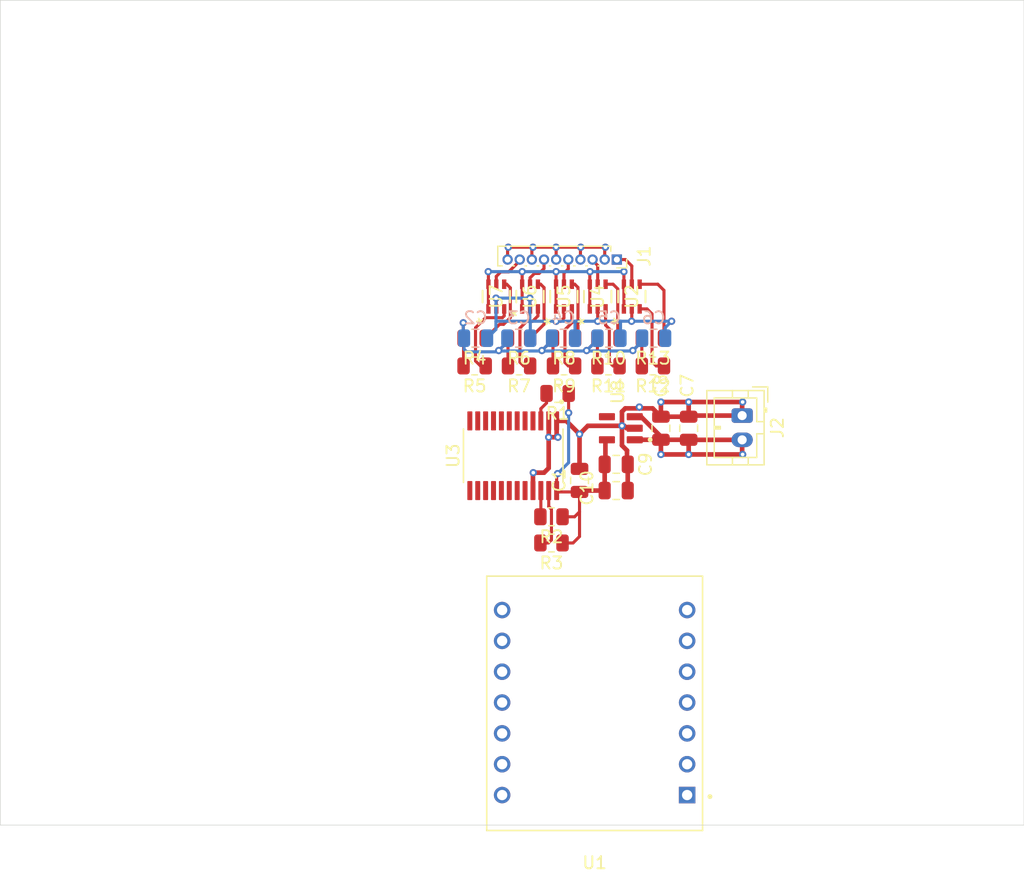
<source format=kicad_pcb>
(kicad_pcb (version 20241229) (generator "pcbnew") (generator_version "9.0")
  (layers (0 "F.Cu" signal) (2 "B.Cu" signal) (13 "F.Paste" user) (15 "B.Paste" user) (5 "F.SilkS" user "F.Silkscreen") (7 "B.SilkS" user "B.Silkscreen") (1 "F.Mask" user) (3 "B.Mask" user) (25 "Edge.Cuts" user))
  (net 0 "")
  (net 1 "+3V3")
  (net 2 "GND")
  (net 3 "+V_{BATT}")
  (net 4 "/VB4")
  (net 5 "/VB0")
  (net 6 "/VB3")
  (net 7 "/VB1")
  (net 8 "/VB2")
  (net 9 "Net-(U3-~{RESET})")
  (net 10 "/SCL")
  (net 11 "/SDA")
  (net 12 "/SDA4")
  (net 13 "/SCL4")
  (net 14 "/SDA3")
  (net 15 "/SCL3")
  (net 16 "/SDA2")
  (net 17 "/SCL2")
  (net 18 "/SDA1")
  (net 19 "/SCL1")
  (net 20 "/SCL0")
  (net 21 "/SDA0")
  (footprint "Resistor_SMD:R_0805_2012Metric" (layer "F.Cu") (at 165.6293 64.5373 180)
    (property "Reference" "R8" (at 0 -1.65 0) (layer "F.SilkS"))
    (property "Value" "10k")
    (pad "1" smd roundrect (at -0.9125 0 180) (size 1.025 1.4) (layers "F.Cu" "F.Mask" "F.Paste") (roundrect_rratio 0.243902) (net 16 "/SDA2"))
    (pad "2" smd roundrect (at 0.9125 0 180) (size 1.025 1.4) (layers "F.Cu" "F.Mask" "F.Paste") (roundrect_rratio 0.243902) (net 1 "+3V3"))
  )
  (footprint "Resistor_SMD:R_0805_2012Metric" (layer "F.Cu") (at 164.592 79.248 180)
    (property "Reference" "R2" (at 0 -1.65 0) (layer "F.SilkS"))
    (property "Value" "10k")
    (pad "1" smd roundrect (at -0.9125 0 180) (size 1.025 1.4) (layers "F.Cu" "F.Mask" "F.Paste") (roundrect_rratio 0.243902) (net 1 "+3V3"))
    (pad "2" smd roundrect (at 0.9125 0 180) (size 1.025 1.4) (layers "F.Cu" "F.Mask" "F.Paste") (roundrect_rratio 0.243902) (net 10 "/SCL"))
  )
  (footprint "Resistor_SMD:R_0805_2012Metric" (layer "F.Cu") (at 161.9228 66.8233 180)
    (property "Reference" "R7" (at 0 -1.65 0) (layer "F.SilkS"))
    (property "Value" "10k")
    (pad "1" smd roundrect (at -0.9125 0 180) (size 1.025 1.4) (layers "F.Cu" "F.Mask" "F.Paste") (roundrect_rratio 0.243902) (net 15 "/SCL3"))
    (pad "2" smd roundrect (at 0.9125 0 180) (size 1.025 1.4) (layers "F.Cu" "F.Mask" "F.Paste") (roundrect_rratio 0.243902) (net 1 "+3V3"))
  )
  (footprint "Resistor_SMD:R_0805_2012Metric" (layer "F.Cu") (at 165.1 69.088 180)
    (property "Reference" "R1" (at 0 -1.65 0) (layer "F.SilkS"))
    (property "Value" "10k")
    (pad "1" smd roundrect (at -0.9125 0 180) (size 1.025 1.4) (layers "F.Cu" "F.Mask" "F.Paste") (roundrect_rratio 0.243902) (net 1 "+3V3"))
    (pad "2" smd roundrect (at 0.9125 0 180) (size 1.025 1.4) (layers "F.Cu" "F.Mask" "F.Paste") (roundrect_rratio 0.243902) (net 9 "Net-(U3-~{RESET})"))
  )
  (footprint "mcp4018:SC70-6_LT_MCH" (layer "F.Cu") (at 171.208799 61.1083 90)
    (property "Reference" "U2" (at 0 0 90) (layer "F.SilkS"))
    (property "Value" "MCP4018T-103E/LTY")
    (fp_text user "*" (at -2.05 -1.05 90) (layer "F.SilkS"))
    (pad "1" smd rect (at -1.016 -0.649999 90) (size 0.7874 0.3556) (layers "F.Cu" "F.Mask" "F.Paste") (net 1 "+3V3"))
    (pad "2" smd rect (at -1.016 0 90) (size 0.7874 0.3556) (layers "F.Cu" "F.Mask" "F.Paste") (net 2 "GND"))
    (pad "3" smd rect (at -1.016 0.649999 90) (size 0.7874 0.3556) (layers "F.Cu" "F.Mask" "F.Paste") (net 20 "/SCL0"))
    (pad "4" smd rect (at 1.016 0.649999 90) (size 0.7874 0.3556) (layers "F.Cu" "F.Mask" "F.Paste") (net 21 "/SDA0"))
    (pad "5" smd rect (at 1.016 0 90) (size 0.7874 0.3556) (layers "F.Cu" "F.Mask" "F.Paste") (net 5 "/VB0"))
    (pad "6" smd rect (at 1.016 -0.649999 90) (size 0.7874 0.3556) (layers "F.Cu" "F.Mask" "F.Paste") (net 1 "+3V3"))
  )
  (footprint "Resistor_SMD:R_0805_2012Metric" (layer "F.Cu") (at 158.2633 64.5373 180)
    (property "Reference" "R4" (at 0 -1.65 0) (layer "F.SilkS"))
    (property "Value" "10k")
    (pad "1" smd roundrect (at -0.9125 0 180) (size 1.025 1.4) (layers "F.Cu" "F.Mask" "F.Paste") (roundrect_rratio 0.243902) (net 12 "/SDA4"))
    (pad "2" smd roundrect (at 0.9125 0 180) (size 1.025 1.4) (layers "F.Cu" "F.Mask" "F.Paste") (roundrect_rratio 0.243902) (net 1 "+3V3"))
  )
  (footprint "Resistor_SMD:R_0805_2012Metric" (layer "F.Cu") (at 165.6293 66.8233 180)
    (property "Reference" "R9" (at 0 -1.65 0) (layer "F.SilkS"))
    (property "Value" "10k")
    (pad "1" smd roundrect (at -0.9125 0 180) (size 1.025 1.4) (layers "F.Cu" "F.Mask" "F.Paste") (roundrect_rratio 0.243902) (net 17 "/SCL2"))
    (pad "2" smd roundrect (at 0.9125 0 180) (size 1.025 1.4) (layers "F.Cu" "F.Mask" "F.Paste") (roundrect_rratio 0.243902) (net 1 "+3V3"))
  )
  (footprint "Resistor_SMD:R_0805_2012Metric" (layer "F.Cu") (at 172.9483 64.5373 180)
    (property "Reference" "R13" (at 0 -1.65 0) (layer "F.SilkS"))
    (property "Value" "10k")
    (pad "1" smd roundrect (at -0.9125 0 180) (size 1.025 1.4) (layers "F.Cu" "F.Mask" "F.Paste") (roundrect_rratio 0.243902) (net 21 "/SDA0"))
    (pad "2" smd roundrect (at 0.9125 0 180) (size 1.025 1.4) (layers "F.Cu" "F.Mask" "F.Paste") (roundrect_rratio 0.243902) (net 1 "+3V3"))
  )
  (footprint "mcp4018:SC70-6_LT_MCH" (layer "F.Cu") (at 168.3998 61.1083 90)
    (property "Reference" "U4" (at 0 0 90) (layer "F.SilkS"))
    (property "Value" "MCP4018T-103E/LTY")
    (fp_text user "*" (at -2.05 -1.05 90) (layer "F.SilkS"))
    (pad "1" smd rect (at -1.016 -0.649999 90) (size 0.7874 0.3556) (layers "F.Cu" "F.Mask" "F.Paste") (net 1 "+3V3"))
    (pad "2" smd rect (at -1.016 0 90) (size 0.7874 0.3556) (layers "F.Cu" "F.Mask" "F.Paste") (net 2 "GND"))
    (pad "3" smd rect (at -1.016 0.649999 90) (size 0.7874 0.3556) (layers "F.Cu" "F.Mask" "F.Paste") (net 19 "/SCL1"))
    (pad "4" smd rect (at 1.016 0.649999 90) (size 0.7874 0.3556) (layers "F.Cu" "F.Mask" "F.Paste") (net 18 "/SDA1"))
    (pad "5" smd rect (at 1.016 0 90) (size 0.7874 0.3556) (layers "F.Cu" "F.Mask" "F.Paste") (net 7 "/VB1"))
    (pad "6" smd rect (at 1.016 -0.649999 90) (size 0.7874 0.3556) (layers "F.Cu" "F.Mask" "F.Paste") (net 1 "+3V3"))
  )
  (footprint "Resistor_SMD:R_0805_2012Metric" (layer "F.Cu") (at 158.2633 66.8233 180)
    (property "Reference" "R5" (at 0 -1.65 0) (layer "F.SilkS"))
    (property "Value" "10k")
    (pad "1" smd roundrect (at -0.9125 0 180) (size 1.025 1.4) (layers "F.Cu" "F.Mask" "F.Paste") (roundrect_rratio 0.243902) (net 13 "/SCL4"))
    (pad "2" smd roundrect (at 0.9125 0 180) (size 1.025 1.4) (layers "F.Cu" "F.Mask" "F.Paste") (roundrect_rratio 0.243902) (net 1 "+3V3"))
  )
  (footprint "Capacitor_SMD:C_0805_2012Metric" (layer "F.Cu") (at 169.926 74.93)
    (property "Reference" "C9" (at 2.413 0 90) (layer "F.SilkS"))
    (property "Value" "1uF")
    (pad "1" smd roundrect (at -0.95 0) (size 1 1.45) (layers "F.Cu" "F.Mask" "F.Paste") (net 1 "+3V3"))
    (pad "2" smd roundrect (at 0.95 0) (size 1 1.45) (layers "F.Cu" "F.Mask" "F.Paste") (net 2 "GND"))
  )
  (footprint "mcp4018:SC70-6_LT_MCH" (layer "F.Cu") (at 165.620799 61.1083 90)
    (property "Reference" "U5" (at 0 0 90) (layer "F.SilkS"))
    (property "Value" "MCP4018T-103E/LTY")
    (fp_text user "*" (at -2.05 -1.05 90) (layer "F.SilkS"))
    (pad "1" smd rect (at -1.016 -0.649999 90) (size 0.7874 0.3556) (layers "F.Cu" "F.Mask" "F.Paste") (net 1 "+3V3"))
    (pad "2" smd rect (at -1.016 0 90) (size 0.7874 0.3556) (layers "F.Cu" "F.Mask" "F.Paste") (net 2 "GND"))
    (pad "3" smd rect (at -1.016 0.649999 90) (size 0.7874 0.3556) (layers "F.Cu" "F.Mask" "F.Paste") (net 17 "/SCL2"))
    (pad "4" smd rect (at 1.016 0.649999 90) (size 0.7874 0.3556) (layers "F.Cu" "F.Mask" "F.Paste") (net 16 "/SDA2"))
    (pad "5" smd rect (at 1.016 0 90) (size 0.7874 0.3556) (layers "F.Cu" "F.Mask" "F.Paste") (net 8 "/VB2"))
    (pad "6" smd rect (at 1.016 -0.649999 90) (size 0.7874 0.3556) (layers "F.Cu" "F.Mask" "F.Paste") (net 1 "+3V3"))
  )
  (footprint "TCA9548APWR:SOP65P640X120-24N" (layer "F.Cu") (at 161.443 74.219 -90)
    (property "Reference" "U3" (at 0 4.953 90) (layer "F.SilkS"))
    (property "Value" "TCA9548APWR")
    (pad "1" smd roundrect (at -2.87 -3.575 270) (size 1.57 0.41) (layers "F.Cu" "F.Mask" "F.Paste") (roundrect_rratio 0.125) (net 2 "GND"))
    (pad "2" smd roundrect (at -2.87 -2.925 270) (size 1.57 0.41) (layers "F.Cu" "F.Mask" "F.Paste") (roundrect_rratio 0.125) (net 2 "GND"))
    (pad "3" smd roundrect (at -2.87 -2.275 270) (size 1.57 0.41) (layers "F.Cu" "F.Mask" "F.Paste") (roundrect_rratio 0.125) (net 9 "Net-(U3-~{RESET})"))
    (pad "4" smd roundrect (at -2.87 -1.625 270) (size 1.57 0.41) (layers "F.Cu" "F.Mask" "F.Paste") (roundrect_rratio 0.125) (net 21 "/SDA0"))
    (pad "5" smd roundrect (at -2.87 -0.975 270) (size 1.57 0.41) (layers "F.Cu" "F.Mask" "F.Paste") (roundrect_rratio 0.125) (net 20 "/SCL0"))
    (pad "6" smd roundrect (at -2.87 -0.325 270) (size 1.57 0.41) (layers "F.Cu" "F.Mask" "F.Paste") (roundrect_rratio 0.125) (net 18 "/SDA1"))
    (pad "7" smd roundrect (at -2.87 0.325 270) (size 1.57 0.41) (layers "F.Cu" "F.Mask" "F.Paste") (roundrect_rratio 0.125) (net 19 "/SCL1"))
    (pad "8" smd roundrect (at -2.87 0.975 270) (size 1.57 0.41) (layers "F.Cu" "F.Mask" "F.Paste") (roundrect_rratio 0.125) (net 16 "/SDA2"))
    (pad "9" smd roundrect (at -2.87 1.625 270) (size 1.57 0.41) (layers "F.Cu" "F.Mask" "F.Paste") (roundrect_rratio 0.125) (net 17 "/SCL2"))
    (pad "10" smd roundrect (at -2.87 2.275 270) (size 1.57 0.41) (layers "F.Cu" "F.Mask" "F.Paste") (roundrect_rratio 0.125) (net 14 "/SDA3"))
    (pad "11" smd roundrect (at -2.87 2.925 270) (size 1.57 0.41) (layers "F.Cu" "F.Mask" "F.Paste") (roundrect_rratio 0.125) (net 15 "/SCL3"))
    (pad "12" smd roundrect (at -2.87 3.575 270) (size 1.57 0.41) (layers "F.Cu" "F.Mask" "F.Paste") (roundrect_rratio 0.125) (net 2 "GND"))
    (pad "13" smd roundrect (at 2.87 3.575 270) (size 1.57 0.41) (layers "F.Cu" "F.Mask" "F.Paste") (roundrect_rratio 0.125) (net 12 "/SDA4"))
    (pad "14" smd roundrect (at 2.87 2.925 270) (size 1.57 0.41) (layers "F.Cu" "F.Mask" "F.Paste") (roundrect_rratio 0.125) (net 13 "/SCL4"))
    (pad "15" smd roundrect (at 2.87 2.275 270) (size 1.57 0.41) (layers "F.Cu" "F.Mask" "F.Paste") (roundrect_rratio 0.125))
    (pad "16" smd roundrect (at 2.87 1.625 270) (size 1.57 0.41) (layers "F.Cu" "F.Mask" "F.Paste") (roundrect_rratio 0.125))
    (pad "17" smd roundrect (at 2.87 0.975 270) (size 1.57 0.41) (layers "F.Cu" "F.Mask" "F.Paste") (roundrect_rratio 0.125))
    (pad "18" smd roundrect (at 2.87 0.325 270) (size 1.57 0.41) (layers "F.Cu" "F.Mask" "F.Paste") (roundrect_rratio 0.125))
    (pad "19" smd roundrect (at 2.87 -0.325 270) (size 1.57 0.41) (layers "F.Cu" "F.Mask" "F.Paste") (roundrect_rratio 0.125))
    (pad "20" smd roundrect (at 2.87 -0.975 270) (size 1.57 0.41) (layers "F.Cu" "F.Mask" "F.Paste") (roundrect_rratio 0.125))
    (pad "21" smd roundrect (at 2.87 -1.625 270) (size 1.57 0.41) (layers "F.Cu" "F.Mask" "F.Paste") (roundrect_rratio 0.125) (net 2 "GND"))
    (pad "22" smd roundrect (at 2.87 -2.275 270) (size 1.57 0.41) (layers "F.Cu" "F.Mask" "F.Paste") (roundrect_rratio 0.125) (net 10 "/SCL"))
    (pad "23" smd roundrect (at 2.87 -2.925 270) (size 1.57 0.41) (layers "F.Cu" "F.Mask" "F.Paste") (roundrect_rratio 0.125) (net 11 "/SDA"))
    (pad "24" smd roundrect (at 2.87 -3.575 270) (size 1.57 0.41) (layers "F.Cu" "F.Mask" "F.Paste") (roundrect_rratio 0.125) (net 1 "+3V3"))
  )
  (footprint "STLQ015M33R:SOT95P280X145-5N" (layer "F.Cu") (at 170.307 71.954508 180)
    (property "Reference" "U8" (at 0.254 2.993508 90) (layer "F.SilkS"))
    (property "Value" "STLQ015M33R")
    (pad "1" smd roundrect (at -1.145 -0.95 180) (size 1.32 0.59) (layers "F.Cu" "F.Mask" "F.Paste") (roundrect_rratio 0.125) (net 3 "+V_{BATT}"))
    (pad "2" smd roundrect (at -1.145 0 180) (size 1.32 0.59) (layers "F.Cu" "F.Mask" "F.Paste") (roundrect_rratio 0.125) (net 2 "GND"))
    (pad "3" smd roundrect (at -1.145 0.95 180) (size 1.32 0.59) (layers "F.Cu" "F.Mask" "F.Paste") (roundrect_rratio 0.125) (net 3 "+V_{BATT}"))
    (pad "4" smd roundrect (at 1.145 0.95 180) (size 1.32 0.59) (layers "F.Cu" "F.Mask" "F.Paste") (roundrect_rratio 0.125))
    (pad "5" smd roundrect (at 1.145 -0.95 180) (size 1.32 0.59) (layers "F.Cu" "F.Mask" "F.Paste") (roundrect_rratio 0.125) (net 1 "+3V3"))
  )
  (footprint "mcp4018:SC70-6_LT_MCH" (layer "F.Cu") (at 162.826799 61.1083 90)
    (property "Reference" "U6" (at 0 0 90) (layer "F.SilkS"))
    (property "Value" "MCP4018T-103E/LTY")
    (fp_text user "*" (at -1.397 -1.05 90) (layer "F.SilkS"))
    (pad "1" smd rect (at -1.016 -0.649999 90) (size 0.7874 0.3556) (layers "F.Cu" "F.Mask" "F.Paste") (net 1 "+3V3"))
    (pad "2" smd rect (at -1.016 0 90) (size 0.7874 0.3556) (layers "F.Cu" "F.Mask" "F.Paste") (net 2 "GND"))
    (pad "3" smd rect (at -1.016 0.649999 90) (size 0.7874 0.3556) (layers "F.Cu" "F.Mask" "F.Paste") (net 15 "/SCL3"))
    (pad "4" smd rect (at 1.016 0.649999 90) (size 0.7874 0.3556) (layers "F.Cu" "F.Mask" "F.Paste") (net 14 "/SDA3"))
    (pad "5" smd rect (at 1.016 0 90) (size 0.7874 0.3556) (layers "F.Cu" "F.Mask" "F.Paste") (net 6 "/VB3"))
    (pad "6" smd rect (at 1.016 -0.649999 90) (size 0.7874 0.3556) (layers "F.Cu" "F.Mask" "F.Paste") (net 1 "+3V3"))
  )
  (footprint "Resistor_SMD:R_0805_2012Metric" (layer "F.Cu") (at 169.2888 66.8233 180)
    (property "Reference" "R11" (at 0 -1.65 0) (layer "F.SilkS"))
    (property "Value" "10k")
    (pad "1" smd roundrect (at -0.9125 0 180) (size 1.025 1.4) (layers "F.Cu" "F.Mask" "F.Paste") (roundrect_rratio 0.243902) (net 19 "/SCL1"))
    (pad "2" smd roundrect (at 0.9125 0 180) (size 1.025 1.4) (layers "F.Cu" "F.Mask" "F.Paste") (roundrect_rratio 0.243902) (net 1 "+3V3"))
  )
  (footprint "Resistor_SMD:R_0805_2012Metric" (layer "F.Cu") (at 164.592 81.407 180)
    (property "Reference" "R3" (at 0 -1.65 0) (layer "F.SilkS"))
    (property "Value" "10k")
    (pad "1" smd roundrect (at -0.9125 0 180) (size 1.025 1.4) (layers "F.Cu" "F.Mask" "F.Paste") (roundrect_rratio 0.243902) (net 1 "+3V3"))
    (pad "2" smd roundrect (at 0.9125 0 180) (size 1.025 1.4) (layers "F.Cu" "F.Mask" "F.Paste") (roundrect_rratio 0.243902) (net 11 "/SDA"))
  )
  (footprint "Resistor_SMD:R_0805_2012Metric" (layer "F.Cu") (at 172.9483 66.8233 180)
    (property "Reference" "R12" (at 0 -1.65 0) (layer "F.SilkS"))
    (property "Value" "10k")
    (pad "1" smd roundrect (at -0.9125 0 180) (size 1.025 1.4) (layers "F.Cu" "F.Mask" "F.Paste") (roundrect_rratio 0.243902) (net 20 "/SCL0"))
    (pad "2" smd roundrect (at 0.9125 0 180) (size 1.025 1.4) (layers "F.Cu" "F.Mask" "F.Paste") (roundrect_rratio 0.243902) (net 1 "+3V3"))
  )
  (footprint "Capacitor_SMD:C_0805_2012Metric" (layer "F.Cu") (at 173.609 71.954508 90)
    (property "Reference" "C8" (at 3.501508 0 90) (layer "F.SilkS"))
    (property "Value" "1uF")
    (pad "1" smd roundrect (at -0.95 0 90) (size 1 1.45) (layers "F.Cu" "F.Mask" "F.Paste") (net 3 "+V_{BATT}"))
    (pad "2" smd roundrect (at 0.95 0 90) (size 1 1.45) (layers "F.Cu" "F.Mask" "F.Paste") (net 2 "GND"))
  )
  (footprint "Connector_JST:JST_PH_B2B-PH-K_1x02_P2.00mm_Vertical" (layer "F.Cu") (at 180.3005 70.911508 -90)
    (property "Reference" "J2" (at 1 -2.9 90) (layer "F.SilkS"))
    (property "Value" "Conn_01x02_Socket")
    (pad "1" thru_hole roundrect (at 0 0 270) (size 1.2 1.75) (drill 0.75) (layers "*.Cu" "*.Mask") (roundrect_rratio 0.208333) (net 2 "GND"))
    (pad "2" thru_hole oval (at 2 0 270) (size 1.2 1.75) (drill 0.75) (layers "*.Cu" "*.Mask") (net 3 "+V_{BATT}"))
  )
  (footprint "Capacitor_SMD:C_0805_2012Metric" (layer "F.Cu") (at 175.895 71.954508 90)
    (property "Reference" "C7" (at 3.501508 -0.127 90) (layer "F.SilkS"))
    (property "Value" "10uF")
    (pad "1" smd roundrect (at -0.95 0 90) (size 1 1.45) (layers "F.Cu" "F.Mask" "F.Paste") (net 3 "+V_{BATT}"))
    (pad "2" smd roundrect (at 0.95 0 90) (size 1 1.45) (layers "F.Cu" "F.Mask" "F.Paste") (net 2 "GND"))
  )
  (footprint "Resistor_SMD:R_0805_2012Metric" (layer "F.Cu") (at 169.2888 64.5373 180)
    (property "Reference" "R10" (at 0 -1.65 0) (layer "F.SilkS"))
    (property "Value" "10k")
    (pad "1" smd roundrect (at -0.9125 0 180) (size 1.025 1.4) (layers "F.Cu" "F.Mask" "F.Paste") (roundrect_rratio 0.243902) (net 18 "/SDA1"))
    (pad "2" smd roundrect (at 0.9125 0 180) (size 1.025 1.4) (layers "F.Cu" "F.Mask" "F.Paste") (roundrect_rratio 0.243902) (net 1 "+3V3"))
  )
  (footprint "113991054:MODULE_113991054" (layer "F.Cu") (at 168.148 94.615 180)
    (property "Reference" "U1" (at 0 -13.135 0) (layer "F.SilkS"))
    (property "Value" "113991054")
    (pad "1" thru_hole rect (at -7.62 -7.5565 180) (size 1.358 1.358) (drill 0.85) (layers "*.Cu" "*.Mask") (net 10 "/SCL"))
    (pad "2" thru_hole circle (at -7.62 -5.0165 180) (size 1.358 1.358) (drill 0.85) (layers "*.Cu" "*.Mask") (net 11 "/SDA"))
    (pad "3" thru_hole circle (at -7.62 -2.4765 180) (size 1.358 1.358) (drill 0.85) (layers "*.Cu" "*.Mask"))
    (pad "4" thru_hole circle (at -7.62 0.0635 180) (size 1.358 1.358) (drill 0.85) (layers "*.Cu" "*.Mask"))
    (pad "5" thru_hole circle (at -7.62 2.6035 180) (size 1.358 1.358) (drill 0.85) (layers "*.Cu" "*.Mask"))
    (pad "6" thru_hole circle (at -7.62 5.1435 180) (size 1.358 1.358) (drill 0.85) (layers "*.Cu" "*.Mask"))
    (pad "7" thru_hole circle (at -7.62 7.6835 180) (size 1.358 1.358) (drill 0.85) (layers "*.Cu" "*.Mask"))
    (pad "8" thru_hole circle (at 7.62 7.6835 180) (size 1.358 1.358) (drill 0.85) (layers "*.Cu" "*.Mask"))
    (pad "9" thru_hole circle (at 7.62 5.1435 180) (size 1.358 1.358) (drill 0.85) (layers "*.Cu" "*.Mask"))
    (pad "10" thru_hole circle (at 7.62 2.6035 180) (size 1.358 1.358) (drill 0.85) (layers "*.Cu" "*.Mask"))
    (pad "11" thru_hole circle (at 7.62 0.0635 180) (size 1.358 1.358) (drill 0.85) (layers "*.Cu" "*.Mask"))
    (pad "12" thru_hole circle (at 7.62 -2.4765 180) (size 1.358 1.358) (drill 0.85) (layers "*.Cu" "*.Mask") (net 1 "+3V3"))
    (pad "13" thru_hole circle (at 7.62 -5.0165 180) (size 1.358 1.358) (drill 0.85) (layers "*.Cu" "*.Mask") (net 2 "GND"))
    (pad "14" thru_hole circle (at 7.62 -7.5565 180) (size 1.358 1.358) (drill 0.85) (layers "*.Cu" "*.Mask"))
  )
  (footprint "Capacitor_SMD:C_0805_2012Metric" (layer "F.Cu") (at 169.926 77.089)
    (property "Reference" "C10" (at -2.413 -0.216 90) (layer "F.SilkS"))
    (property "Value" "10uF")
    (pad "1" smd roundrect (at -0.95 0) (size 1 1.45) (layers "F.Cu" "F.Mask" "F.Paste") (net 1 "+3V3"))
    (pad "2" smd roundrect (at 0.95 0) (size 1 1.45) (layers "F.Cu" "F.Mask" "F.Paste") (net 2 "GND"))
  )
  (footprint "Capacitor_SMD:C_0805_2012Metric" (layer "F.Cu") (at 166.904 76.251 90)
    (property "Reference" "C1" (at 0 -1.68 90) (layer "F.SilkS"))
    (property "Value" "10uF")
    (pad "1" smd roundrect (at -0.95 0 90) (size 1 1.45) (layers "F.Cu" "F.Mask" "F.Paste") (net 1 "+3V3"))
    (pad "2" smd roundrect (at 0.95 0 90) (size 1 1.45) (layers "F.Cu" "F.Mask" "F.Paste") (net 2 "GND"))
  )
  (footprint "Connector_PinSocket_1.00mm:PinSocket_1x10_P1.00mm_Vertical" (layer "F.Cu") (at 169.9788 58.0603 -90)
    (property "Reference" "J1" (at -0.29 -2.25 90) (layer "F.SilkS"))
    (property "Value" "Conn_01x10_Socket")
    (pad "1" thru_hole rect (at 0 0 270) (size 0.85 0.85) (drill 0.5) (layers "*.Cu" "*.Mask") (net 5 "/VB0"))
    (pad "2" thru_hole oval (at 0 1 270) (size 0.85 0.85) (drill 0.5) (layers "*.Cu" "*.Mask") (net 2 "GND"))
    (pad "3" thru_hole oval (at 0 2 270) (size 0.85 0.85) (drill 0.5) (layers "*.Cu" "*.Mask") (net 7 "/VB1"))
    (pad "4" thru_hole oval (at 0 3 270) (size 0.85 0.85) (drill 0.5) (layers "*.Cu" "*.Mask") (net 2 "GND"))
    (pad "5" thru_hole oval (at 0 4 270) (size 0.85 0.85) (drill 0.5) (layers "*.Cu" "*.Mask") (net 8 "/VB2"))
    (pad "6" thru_hole oval (at 0 5 270) (size 0.85 0.85) (drill 0.5) (layers "*.Cu" "*.Mask") (net 2 "GND"))
    (pad "7" thru_hole oval (at 0 6 270) (size 0.85 0.85) (drill 0.5) (layers "*.Cu" "*.Mask") (net 6 "/VB3"))
    (pad "8" thru_hole oval (at 0 7 270) (size 0.85 0.85) (drill 0.5) (layers "*.Cu" "*.Mask") (net 2 "GND"))
    (pad "9" thru_hole oval (at 0 8 270) (size 0.85 0.85) (drill 0.5) (layers "*.Cu" "*.Mask") (net 4 "/VB4"))
    (pad "10" thru_hole oval (at 0 9 270) (size 0.85 0.85) (drill 0.5) (layers "*.Cu" "*.Mask") (net 2 "GND"))
  )
  (footprint "Resistor_SMD:R_0805_2012Metric" (layer "F.Cu") (at 161.9228 64.5373 180)
    (property "Reference" "R6" (at 0 -1.65 0) (layer "F.SilkS"))
    (property "Value" "10k")
    (pad "1" smd roundrect (at -0.9125 0 180) (size 1.025 1.4) (layers "F.Cu" "F.Mask" "F.Paste") (roundrect_rratio 0.243902) (net 14 "/SDA3"))
    (pad "2" smd roundrect (at 0.9125 0 180) (size 1.025 1.4) (layers "F.Cu" "F.Mask" "F.Paste") (roundrect_rratio 0.243902) (net 1 "+3V3"))
  )
  (footprint "mcp4018:SC70-6_LT_MCH" (layer "F.Cu") (at 160.047798 61.1083 90)
    (property "Reference" "U7" (at 0 0 90) (layer "F.SilkS"))
    (property "Value" "MCP4018T-103E/LTY")
    (fp_text user "*" (at -2.05 -1.05 90) (layer "F.SilkS"))
    (pad "1" smd rect (at -1.016 -0.649999 90) (size 0.7874 0.3556) (layers "F.Cu" "F.Mask" "F.Paste") (net 1 "+3V3"))
    (pad "2" smd rect (at -1.016 0 90) (size 0.7874 0.3556) (layers "F.Cu" "F.Mask" "F.Paste") (net 2 "GND"))
    (pad "3" smd rect (at -1.016 0.649999 90) (size 0.7874 0.3556) (layers "F.Cu" "F.Mask" "F.Paste") (net 13 "/SCL4"))
    (pad "4" smd rect (at 1.016 0.649999 90) (size 0.7874 0.3556) (layers "F.Cu" "F.Mask" "F.Paste") (net 12 "/SDA4"))
    (pad "5" smd rect (at 1.016 0 90) (size 0.7874 0.3556) (layers "F.Cu" "F.Mask" "F.Paste") (net 4 "/VB4"))
    (pad "6" smd rect (at 1.016 -0.649999 90) (size 0.7874 0.3556) (layers "F.Cu" "F.Mask" "F.Paste") (net 1 "+3V3"))
  )
  (footprint "Capacitor_SMD:C_0805_2012Metric" (layer "B.Cu") (at 165.5823 64.5373 180)
    (property "Reference" "C4" (at 0 1.68 0) (layer "B.SilkS") (effects (justify mirror)))
    (property "Value" "100n")
    (pad "1" smd roundrect (at -0.95 0 180) (size 1 1.45) (layers "B.Cu" "B.Mask" "B.Paste") (net 2 "GND"))
    (pad "2" smd roundrect (at 0.95 0 180) (size 1 1.45) (layers "B.Cu" "B.Mask" "B.Paste") (net 1 "+3V3"))
  )
  (footprint "Capacitor_SMD:C_0805_2012Metric" (layer "B.Cu") (at 158.3433 64.5373 180)
    (property "Reference" "C2" (at 0 1.68 0) (layer "B.SilkS") (effects (justify mirror)))
    (property "Value" "100n")
    (pad "1" smd roundrect (at -0.95 0 180) (size 1 1.45) (layers "B.Cu" "B.Mask" "B.Paste") (net 2 "GND"))
    (pad "2" smd roundrect (at 0.95 0 180) (size 1 1.45) (layers "B.Cu" "B.Mask" "B.Paste") (net 1 "+3V3"))
  )
  (footprint "Capacitor_SMD:C_0805_2012Metric" (layer "B.Cu") (at 161.8993 64.5373 180)
    (property "Reference" "C3" (at 0 1.68 0) (layer "B.SilkS") (effects (justify mirror)))
    (property "Value" "100n")
    (pad "1" smd roundrect (at -0.95 0 180) (size 1 1.45) (layers "B.Cu" "B.Mask" "B.Paste") (net 2 "GND"))
    (pad "2" smd roundrect (at 0.95 0 180) (size 1 1.45) (layers "B.Cu" "B.Mask" "B.Paste") (net 1 "+3V3"))
  )
  (footprint "Capacitor_SMD:C_0805_2012Metric" (layer "B.Cu") (at 173.0143 64.5373 180)
    (property "Reference" "C6" (at 0 1.68 0) (layer "B.SilkS") (effects (justify mirror)))
    (property "Value" "100n")
    (pad "1" smd roundrect (at -0.95 0 180) (size 1 1.45) (layers "B.Cu" "B.Mask" "B.Paste") (net 2 "GND"))
    (pad "2" smd roundrect (at 0.95 0 180) (size 1 1.45) (layers "B.Cu" "B.Mask" "B.Paste") (net 1 "+3V3"))
  )
  (footprint "Capacitor_SMD:C_0805_2012Metric" (layer "B.Cu") (at 169.3313 64.5373 180)
    (property "Reference" "C5" (at 0 1.68 0) (layer "B.SilkS") (effects (justify mirror)))
    (property "Value" "100n")
    (pad "1" smd roundrect (at -0.95 0 180) (size 1 1.45) (layers "B.Cu" "B.Mask" "B.Paste") (net 2 "GND"))
    (pad "2" smd roundrect (at 0.95 0 180) (size 1 1.45) (layers "B.Cu" "B.Mask" "B.Paste") (net 1 "+3V3"))
  )
  (gr_rect (start 119.1895 36.703) (end 203.5175 104.648) (stroke (width 0.05)) (fill no) (layer "Edge.Cuts"))
  (segment (start 168.3763 64.5373) (end 168.3763 64.6643) (width 0.254) (layer "F.Cu") (net 1))
  (segment (start 168.976 74.93) (end 168.976 77.089) (width 0.381) (layer "F.Cu") (net 1))
  (segment (start 165.018 77.089) (end 165.018 75.774) (width 0.254) (layer "F.Cu") (net 1))
  (segment (start 166.004422 70.685852) (end 166.004422 69.096078) (width 0.254) (layer "F.Cu") (net 1))
  (segment (start 161.0103 64.7913) (end 160.2483 65.5533) (width 0.254) (layer "F.Cu") (net 1))
  (segment (start 166.004422 69.096078) (end 166.0125 69.088) (width 0.254) (layer "F.Cu") (net 1))
  (segment (start 170.5588 60.0923) (end 170.5588 62.1243) (width 0.254) (layer "F.Cu") (net 1))
  (segment (start 171.2973 65.5533) (end 172.0358 64.8148) (width 0.254) (layer "F.Cu") (net 1))
  (segment (start 166.904 77.201) (end 165.13 77.201) (width 0.254) (layer "F.Cu") (net 1))
  (segment (start 166.904 80.873) (end 166.904 78.841) (width 0.254) (layer "F.Cu") (net 1))
  (segment (start 165.018 75.774) (end 165.1 75.692) (width 0.254) (layer "F.Cu") (net 1))
  (segment (start 162.1768 60.0923) (end 162.1768 62.1243) (width 0.254) (layer "F.Cu") (net 1))
  (segment (start 164.9708 59.0572) (end 164.973 59.055) (width 0.254) (layer "F.Cu") (net 1))
  (segment (start 172.0358 64.8148) (end 172.0358 64.5373) (width 0.254) (layer "F.Cu") (net 1))
  (segment (start 162.1768 60.0923) (end 162.1768 59.0572) (width 0.254) (layer "F.Cu") (net 1))
  (segment (start 165.5045 81.407) (end 166.37 81.407) (width 0.254) (layer "F.Cu") (net 1))
  (segment (start 166.497 79.248) (end 166.904 78.841) (width 0.254) (layer "F.Cu") (net 1))
  (segment (start 164.9708 60.0923) (end 164.9708 62.1243) (width 0.254) (layer "F.Cu") (net 1))
  (segment (start 159.397799 60.0923) (end 159.397799 59.067799) (width 0.254) (layer "F.Cu") (net 1))
  (segment (start 168.3763 64.6643) (end 167.4873 65.5533) (width 0.254) (layer "F.Cu") (net 1))
  (segment (start 167.749801 59.072199) (end 167.767 59.055) (width 0.254) (layer "F.Cu") (net 1))
  (segment (start 164.7168 64.5373) (end 164.7168 66.8233) (width 0.254) (layer "F.Cu") (net 1))
  (segment (start 157.3273 64.5138) (end 157.3508 64.5373) (width 0.254) (layer "F.Cu") (net 1))
  (segment (start 167.016 77.089) (end 166.904 77.201) (width 0.381) (layer "F.Cu") (net 1))
  (segment (start 169.162 72.904508) (end 169.037 73.029508) (width 0.381) (layer "F.Cu") (net 1))
  (segment (start 157.3273 63.2673) (end 157.3273 64.5138) (width 0.254) (layer "F.Cu") (net 1))
  (segment (start 169.037 73.029508) (end 169.037 74.869) (width 0.381) (layer "F.Cu") (net 1))
  (segment (start 164.7168 64.6408) (end 164.7168 64.5373) (width 0.254) (layer "F.Cu") (net 1))
  (segment (start 167.749801 60.0923) (end 167.749801 59.072199) (width 0.254) (layer "F.Cu") (net 1))
  (segment (start 166.904 78.841) (end 166.904 77.201) (width 0.254) (layer "F.Cu") (net 1))
  (segment (start 157.3508 64.5373) (end 157.3508 66.8233) (width 0.254) (layer "F.Cu") (net 1))
  (segment (start 168.3763 64.5373) (end 168.3763 66.8233) (width 0.254) (layer "F.Cu") (net 1))
  (segment (start 172.0358 64.5373) (end 172.0358 66.8233) (width 0.254) (layer "F.Cu") (net 1))
  (segment (start 161.0103 64.5373) (end 161.0103 66.8233) (width 0.254) (layer "F.Cu") (net 1))
  (segment (start 164.9708 60.0923) (end 164.9708 59.0572) (width 0.254) (layer "F.Cu") (net 1))
  (segment (start 162.1768 59.0572) (end 162.179 59.055) (width 0.254) (layer "F.Cu") (net 1))
  (segment (start 165.5045 79.248) (end 166.497 79.248) (width 0.254) (layer "F.Cu") (net 1))
  (segment (start 170.5588 60.0923) (end 170.5588 59.0572) (width 0.254) (layer "F.Cu") (net 1))
  (segment (start 165.13 77.201) (end 165.018 77.089) (width 0.254) (layer "F.Cu") (net 1))
  (segment (start 170.5588 59.0572) (end 170.561 59.055) (width 0.254) (layer "F.Cu") (net 1))
  (segment (start 159.397799 60.0923) (end 159.397799 62.1243) (width 0.254) (layer "F.Cu") (net 1))
  (segment (start 169.037 74.869) (end 168.976 74.93) (width 0.381) (layer "F.Cu") (net 1))
  (segment (start 161.0103 64.5373) (end 161.0103 64.7913) (width 0.254) (layer "F.Cu") (net 1))
  (segment (start 166.37 81.407) (end 166.904 80.873) (width 0.254) (layer "F.Cu") (net 1))
  (segment (start 167.749801 60.0923) (end 167.749801 62.1243) (width 0.254) (layer "F.Cu") (net 1))
  (segment (start 166.792 77.089) (end 166.904 77.201) (width 0.254) (layer "F.Cu") (net 1))
  (segment (start 163.8043 65.5533) (end 164.7168 64.6408) (width 0.254) (layer "F.Cu") (net 1))
  (segment (start 159.397799 59.067799) (end 159.385 59.055) (width 0.254) (layer "F.Cu") (net 1))
  (segment (start 168.976 77.089) (end 167.016 77.089) (width 0.381) (layer "F.Cu") (net 1))
  (via (at 167.4873 65.5533) (size 0.6) (drill 0.3) (layers "F.Cu" "B.Cu") (net 1))
  (via (at 159.385 59.055) (size 0.6) (drill 0.3) (layers "F.Cu" "B.Cu") (net 1))
  (via (at 163.8043 65.5533) (size 0.6) (drill 0.3) (layers "F.Cu" "B.Cu") (net 1))
  (via (at 164.973 59.055) (size 0.6) (drill 0.3) (layers "F.Cu" "B.Cu") (net 1))
  (via (at 171.2973 65.5533) (size 0.6) (drill 0.3) (layers "F.Cu" "B.Cu") (net 1))
  (via (at 165.1 75.692) (size 0.6) (drill 0.3) (layers "F.Cu" "B.Cu") (net 1))
  (via (at 166.004422 70.685852) (size 0.6) (drill 0.3) (layers "F.Cu" "B.Cu") (net 1))
  (via (at 160.2483 65.5533) (size 0.6) (drill 0.3) (layers "F.Cu" "B.Cu") (net 1))
  (via (at 170.561 59.055) (size 0.6) (drill 0.3) (layers "F.Cu" "B.Cu") (net 1))
  (via (at 157.3273 63.2673) (size 0.6) (drill 0.3) (layers "F.Cu" "B.Cu") (net 1))
  (via (at 167.767 59.055) (size 0.6) (drill 0.3) (layers "F.Cu" "B.Cu") (net 1))
  (via (at 162.179 59.055) (size 0.6) (drill 0.3) (layers "F.Cu" "B.Cu") (net 1))
  (segment (start 167.5243 65.5903) (end 171.2603 65.5903) (width 0.254) (layer "B.Cu") (net 1))
  (segment (start 164.973 59.055) (end 167.767 59.055) (width 0.254) (layer "B.Cu") (net 1))
  (segment (start 167.767 59.055) (end 170.561 59.055) (width 0.254) (layer "B.Cu") (net 1))
  (segment (start 157.3933 65.4453) (end 157.3933 64.5373) (width 0.254) (layer "B.Cu") (net 1))
  (segment (start 164.6323 64.7253) (end 163.8043 65.5533) (width 0.254) (layer "B.Cu") (net 1))
  (segment (start 168.3813 64.5373) (end 168.3813 64.6593) (width 0.254) (layer "B.Cu") (net 1))
  (segment (start 167.4503 65.5903) (end 167.4873 65.5533) (width 0.254) (layer "B.Cu") (net 1))
  (segment (start 171.2603 65.5903) (end 171.2973 65.5533) (width 0.254) (layer "B.Cu") (net 1))
  (segment (start 160.9493 64.8523) (end 160.2483 65.5533) (width 0.254) (layer "B.Cu") (net 1))
  (segment (start 167.4873 65.5533) (end 167.5243 65.5903) (width 0.254) (layer "B.Cu") (net 1))
  (segment (start 163.8043 65.5533) (end 163.8413 65.5903) (width 0.254) (layer "B.Cu") (net 1))
  (segment (start 163.8413 65.5903) (end 167.4503 65.5903) (width 0.254) (layer "B.Cu") (net 1))
  (segment (start 163.7673 65.5903) (end 163.8043 65.5533) (width 0.254) (layer "B.Cu") (net 1))
  (segment (start 160.1426 65.659) (end 157.607 65.659) (width 0.254) (layer "B.Cu") (net 1))
  (segment (start 162.179 59.055) (end 164.973 59.055) (width 0.254) (layer "B.Cu") (net 1))
  (segment (start 160.9493 64.5373) (end 160.9493 64.8523) (width 0.254) (layer "B.Cu") (net 1))
  (segment (start 157.607 65.659) (end 157.3933 65.4453) (width 0.254) (layer "B.Cu") (net 1))
  (segment (start 157.3933 64.5373) (end 157.3273 64.4713) (width 0.254) (layer "B.Cu") (net 1))
  (segment (start 165.1 75.692) (end 166.004422 74.787578) (width 0.254) (layer "B.Cu") (net 1))
  (segment (start 164.6323 64.5373) (end 164.6323 64.7253) (width 0.254) (layer "B.Cu") (net 1))
  (segment (start 172.0643 64.5373) (end 172.0643 64.7863) (width 0.254) (layer "B.Cu") (net 1))
  (segment (start 159.385 59.055) (end 162.179 59.055) (width 0.254) (layer "B.Cu") (net 1))
  (segment (start 166.004422 74.787578) (end 166.004422 70.685852) (width 0.254) (layer "B.Cu") (net 1))
  (segment (start 160.2853 65.5903) (end 163.7673 65.5903) (width 0.254) (layer "B.Cu") (net 1))
  (segment (start 160.2483 65.5533) (end 160.2853 65.5903) (width 0.254) (layer "B.Cu") (net 1))
  (segment (start 172.0643 64.7863) (end 171.2973 65.5533) (width 0.254) (layer "B.Cu") (net 1))
  (segment (start 157.3273 64.4713) (end 157.3273 63.2673) (width 0.254) (layer "B.Cu") (net 1))
  (segment (start 160.2483 65.5533) (end 160.1426 65.659) (width 0.254) (layer "B.Cu") (net 1))
  (segment (start 168.3813 64.6593) (end 167.4873 65.5533) (width 0.254) (layer "B.Cu") (net 1))
  (segment (start 172.9225 70.318008) (end 171.831 70.318008) (width 0.381) (layer "F.Cu") (net 2))
  (segment (start 164.368 71.349) (end 164.368 72.691) (width 0.381) (layer "F.Cu") (net 2))
  (segment (start 162.9788 58.0603) (end 162.9788 57.1313) (width 0.254) (layer "F.Cu") (net 2))
  (segment (start 170.670992 70.318008) (end 171.831 70.318008) (width 0.381) (layer "F.Cu") (net 2))
  (segment (start 160.9788 57.0993) (end 161.0338 57.0443) (width 0.254) (layer "F.Cu") (net 2))
  (segment (start 168.9788 57.1003) (end 169.0348 57.0443) (width 0.254) (layer "F.Cu") (net 2))
  (segment (start 165.3518 63.1403) (end 165.620799 62.871301) (width 0.254) (layer "F.Cu") (net 2))
  (segment (start 166.9788 58.0603) (end 166.9788 57.0683) (width 0.254) (layer "F.Cu") (net 2))
  (segment (start 165.018 71.349) (end 165.018 72.587) (width 0.381) (layer "F.Cu") (net 2))
  (segment (start 171.831 70.318008) (end 171.831 70.209508) (width 0.381) (layer "F.Cu") (net 2))
  (segment (start 175.988 70.911508) (end 175.895 71.004508) (width 0.381) (layer "F.Cu") (net 2))
  (segment (start 163.068 75.642) (end 163.094 75.616) (width 0.381) (layer "F.Cu") (net 2))
  (segment (start 167.0028 57.0443) (end 164.9708 57.0443) (width 0.254) (layer "F.Cu") (net 2))
  (segment (start 163.983 75.616) (end 163.094 75.616) (width 0.381) (layer "F.Cu") (net 2))
  (segment (start 163.068 77.089) (end 163.068 75.642) (width 0.381) (layer "F.Cu") (net 2))
  (segment (start 173.609 69.795508) (end 175.895 69.795508) (width 0.381) (layer "F.Cu") (net 2))
  (segment (start 170.4005 71.755) (end 167.59 71.755) (width 0.381) (layer "F.Cu") (net 2))
  (segment (start 164.9708 63.1403) (end 165.3518 63.1403) (width 0.254) (layer "F.Cu") (net 2))
  (segment (start 180.3005 69.835008) (end 180.34 69.795508) (width 0.381) (layer "F.Cu") (net 2))
  (segment (start 175.895 71.004508) (end 173.609 71.004508) (width 0.381) (layer "F.Cu") (net 2))
  (segment (start 170.4005 70.5885) (end 170.670992 70.318008) (width 0.381) (layer "F.Cu") (net 2))
  (segment (start 171.208799 63.125301) (end 171.1938 63.1403) (width 0.254) (layer "F.Cu") (net 2))
  (segment (start 164.9708 57.0443) (end 163.0658 57.0443) (width 0.254) (layer "F.Cu") (net 2))
  (segment (start 160.047798 61.258299) (end 160.024799 61.2353) (width 0.254) (layer "F.Cu") (net 2))
  (segment (start 175.895 71.004508) (end 175.895 69.795508) (width 0.381) (layer "F.Cu") (net 2))
  (segment (start 170.792 71.954508) (end 171.452 71.954508) (width 0.381) (layer "F.Cu") (net 2))
  (segment (start 164.364 72.695) (end 164.364 75.235) (width 0.381) (layer "F.Cu") (net 2))
  (segment (start 168.9788 58.0603) (end 168.9788 57.1003) (width 0.254) (layer "F.Cu") (net 2))
  (segment (start 173.609 71.004508) (end 172.9225 70.318008) (width 0.381) (layer "F.Cu") (net 2))
  (segment (start 164.9788 57.0523) (end 164.9708 57.0443) (width 0.254) (layer "F.Cu") (net 2))
  (segment (start 170.4005 71.755) (end 170.4005 70.5885) (width 0.381) (layer "F.Cu") (net 2))
  (segment (start 170.876 74.93) (end 170.876 77.089) (width 0.381) (layer "F.Cu") (net 2))
  (segment (start 180.3005 70.911508) (end 180.3005 69.835008) (width 0.381) (layer "F.Cu") (net 2))
  (segment (start 164.364 75.235) (end 163.983 75.616) (width 0.381) (layer "F.Cu") (net 2))
  (segment (start 170.4005 71.755) (end 170.592492 71.755) (width 0.381) (layer "F.Cu") (net 2))
  (segment (start 160.9788 58.0603) (end 160.9788 57.0993) (width 0.254) (layer "F.Cu") (net 2))
  (segment (start 170.815 74.869) (end 170.876 74.93) (width 0.381) (layer "F.Cu") (net 2))
  (segment (start 168.3998 62.1243) (end 168.3998 63.1403) (width 0.254) (layer "F.Cu") (net 2))
  (segment (start 165.018 71.349) (end 165.812 71.349) (width 0.381) (layer "F.Cu") (net 2))
  (segment (start 167.59 71.755) (end 166.904 72.441) (width 0.381) (layer "F.Cu") (net 2))
  (segment (start 162.8118 61.2353) (end 162.826799 61.250299) (width 0.254) (layer "F.Cu") (net 2))
  (segment (start 164.368 72.691) (end 164.364 72.695) (width 0.381) (layer "F.Cu") (net 2))
  (segment (start 165.126 72.695) (end 164.364 72.695) (width 0.381) (layer "F.Cu") (net 2))
  (segment (start 164.9788 58.0603) (end 164.9788 57.0523) (width 0.254) (layer "F.Cu") (net 2))
  (segment (start 165.620799 62.871301) (end 165.620799 62.1243) (width 0.254) (layer "F.Cu") (net 2))
  (segment (start 160.047798 62.1243) (end 160.047798 61.258299) (width 0.254) (layer "F.Cu") (net 2))
  (segment (start 163.0658 57.0443) (end 161.0338 57.0443) (width 0.254) (layer "F.Cu") (net 2))
  (segment (start 180.34 69.795508) (end 175.895 69.795508) (width 0.381) (layer "F.Cu") (net 2))
  (segment (start 173.609 71.004508) (end 173.609 69.795508) (width 0.381) (layer "F.Cu") (net 2))
  (segment (start 171.208799 62.1243) (end 171.208799 63.125301) (width 0.254) (layer "F.Cu") (net 2))
  (segment (start 165.018 72.587) (end 165.126 72.695) (width 0.381) (layer "F.Cu") (net 2))
  (segment (start 162.9788 57.1313) (end 163.0658 57.0443) (width 0.254) (layer "F.Cu") (net 2))
  (segment (start 162.826799 61.250299) (end 162.826799 62.1243) (width 0.254) (layer "F.Cu") (net 2))
  (segment (start 180.3005 70.911508) (end 175.988 70.911508) (width 0.381) (layer "F.Cu") (net 2))
  (segment (start 170.4005 71.755) (end 170.4005 73.3725) (width 0.381) (layer "F.Cu") (net 2))
  (segment (start 169.0348 57.0443) (end 167.0028 57.0443) (width 0.254) (layer "F.Cu") (net 2))
  (segment (start 170.4005 73.3725) (end 170.815 73.787) (width 0.381) (layer "F.Cu") (net 2))
  (segment (start 165.812 71.349) (end 166.904 72.441) (width 0.381) (layer "F.Cu") (net 2))
  (segment (start 166.904 72.441) (end 166.904 75.301) (width 0.381) (layer "F.Cu") (net 2))
  (segment (start 170.815 73.787) (end 170.815 74.869) (width 0.381) (layer "F.Cu") (net 2))
  (segment (start 170.592492 71.755) (end 170.792 71.954508) (width 0.381) (layer "F.Cu") (net 2))
  (segment (start 166.9788 57.0683) (end 167.0028 57.0443) (width 0.254) (layer "F.Cu") (net 2))
  (via (at 160.024799 61.2353) (size 0.6) (drill 0.3) (layers "F.Cu" "B.Cu") (net 2))
  (via (at 168.3998 63.1403) (size 0.6) (drill 0.3) (layers "F.Cu" "B.Cu") (net 2))
  (via (at 161.0338 57.0443) (size 0.6) (drill 0.3) (layers "F.Cu" "B.Cu") (net 2))
  (via (at 164.9708 63.1403) (size 0.6) (drill 0.3) (layers "F.Cu" "B.Cu") (net 2))
  (via (at 175.895 69.795508) (size 0.6) (drill 0.3) (layers "F.Cu" "B.Cu") (net 2))
  (via (at 162.8118 61.2353) (size 0.6) (drill 0.3) (layers "F.Cu" "B.Cu") (net 2))
  (via (at 174.4878 63.1403) (size 0.6) (drill 0.3) (layers "F.Cu" "B.Cu") (net 2))
  (via (at 171.831 70.209508) (size 0.6) (drill 0.3) (layers "F.Cu" "B.Cu") (net 2))
  (via (at 169.0348 57.0443) (size 0.6) (drill 0.3) (layers "F.Cu" "B.Cu") (net 2))
  (via (at 163.0658 57.0443) (size 0.6) (drill 0.3) (layers "F.Cu" "B.Cu") (net 2))
  (via (at 170.4005 71.755) (size 0.6) (drill 0.3) (layers "F.Cu" "B.Cu") (net 2))
  (via (at 164.364 72.695) (size 0.6) (drill 0.3) (layers "F.Cu" "B.Cu") (net 2))
  (via (at 171.1938 63.1403) (size 0.6) (drill 0.3) (layers "F.Cu" "B.Cu") (net 2))
  (via (at 173.609 69.795508) (size 0.6) (drill 0.3) (layers "F.Cu" "B.Cu") (net 2))
  (via (at 167.0028 57.0443) (size 0.6) (drill 0.3) (layers "F.Cu" "B.Cu") (net 2))
  (via (at 164.9708 57.0443) (size 0.6) (drill 0.3) (layers "F.Cu" "B.Cu") (net 2))
  (via (at 165.126 72.695) (size 0.6) (drill 0.3) (layers "F.Cu" "B.Cu") (net 2))
  (via (at 166.904 72.441) (size 0.6) (drill 0.3) (layers "F.Cu" "B.Cu") (net 2))
  (via (at 163.094 75.616) (size 0.6) (drill 0.3) (layers "F.Cu" "B.Cu") (net 2))
  (via (at 180.34 69.795508) (size 0.6) (drill 0.3) (layers "F.Cu" "B.Cu") (net 2))
  (segment (start 166.5983 63.1403) (end 164.9708 63.1403) (width 0.254) (layer "B.Cu") (net 2))
  (segment (start 168.3998 63.1403) (end 166.5983 63.1403) (width 0.254) (layer "B.Cu") (net 2))
  (segment (start 166.5323 63.2063) (end 166.5983 63.1403) (width 0.254) (layer "B.Cu") (net 2))
  (segment (start 162.8493 63.1778) (end 162.8118 63.1403) (width 0.254) (layer "B.Cu") (net 2))
  (segment (start 162.8118 61.2353) (end 162.8118 63.1403) (width 0.254) (layer "B.Cu") (net 2))
  (segment (start 171.1938 63.1403) (end 174.4878 63.1403) (width 0.254) (layer "B.Cu") (net 2))
  (segment (start 160.024799 61.2353) (end 160.024799 63.133301) (width 0.254) (layer "B.Cu") (net 2))
  (segment (start 170.2813 63.1403) (end 168.3998 63.1403) (width 0.254) (layer "B.Cu") (net 2))
  (segment (start 160.0178 63.8128) (end 160.0178 63.1403) (width 0.254) (layer "B.Cu") (net 2))
  (segment (start 173.9643 63.6638) (end 174.4878 63.1403) (width 0.254) (layer "B.Cu") (net 2))
  (segment (start 160.024799 63.133301) (end 160.0178 63.1403) (width 0.254) (layer "B.Cu") (net 2))
  (segment (start 166.5323 64.5373) (end 166.5323 63.2063) (width 0.254) (layer "B.Cu") (net 2))
  (segment (start 171.1938 63.1403) (end 170.2813 63.1403) (width 0.254) (layer "B.Cu") (net 2))
  (segment (start 173.9643 64.5373) (end 173.9643 63.6638) (width 0.254) (layer "B.Cu") (net 2))
  (segment (start 162.8118 61.2353) (end 160.024799 61.2353) (width 0.254) (layer "B.Cu") (net 2))
  (segment (start 164.9708 63.1403) (end 162.8118 63.1403) (width 0.254) (layer "B.Cu") (net 2))
  (segment (start 160.0178 63.1403) (end 162.8118 63.1403) (width 0.254) (layer "B.Cu") (net 2))
  (segment (start 170.2813 64.5373) (end 170.2813 63.1403) (width 0.254) (layer "B.Cu") (net 2))
  (segment (start 159.2933 64.5373) (end 160.0178 63.8128) (width 0.254) (layer "B.Cu") (net 2))
  (segment (start 162.8493 64.5373) (end 162.8493 63.1778) (width 0.254) (layer "B.Cu") (net 2))
  (segment (start 171.969508 71.004508) (end 173.609 72.644) (width 0.381) (layer "F.Cu") (net 3))
  (segment (start 180.3005 72.911508) (end 175.902 72.911508) (width 0.381) (layer "F.Cu") (net 3))
  (segment (start 180.3005 72.911508) (end 180.3005 74.074008) (width 0.381) (layer "F.Cu") (net 3))
  (segment (start 175.895 72.904508) (end 173.609 72.904508) (width 0.381) (layer "F.Cu") (net 3))
  (segment (start 173.609 72.904508) (end 173.609 74.113508) (width 0.381) (layer "F.Cu") (net 3))
  (segment (start 175.895 72.904508) (end 175.895 74.113508) (width 0.381) (layer "F.Cu") (net 3))
  (segment (start 173.609 74.113508) (end 175.895 74.113508) (width 0.381) (layer "F.Cu") (net 3))
  (segment (start 180.3005 74.074008) (end 180.34 74.113508) (width 0.381) (layer "F.Cu") (net 3))
  (segment (start 175.902 72.911508) (end 175.895 72.904508) (width 0.381) (layer "F.Cu") (net 3))
  (segment (start 171.452 72.904508) (end 173.609 72.904508) (width 0.381) (layer "F.Cu") (net 3))
  (segment (start 173.609 72.644) (end 173.609 72.904508) (width 0.381) (layer "F.Cu") (net 3))
  (segment (start 171.452 71.004508) (end 171.969508 71.004508) (width 0.381) (layer "F.Cu") (net 3))
  (segment (start 180.34 74.113508) (end 175.895 74.113508) (width 0.381) (layer "F.Cu") (net 3))
  (via (at 180.34 74.113508) (size 0.6) (drill 0.3) (layers "F.Cu" "B.Cu") (net 3))
  (via (at 173.609 74.113508) (size 0.6) (drill 0.3) (layers "F.Cu" "B.Cu") (net 3))
  (via (at 175.895 74.113508) (size 0.6) (drill 0.3) (layers "F.Cu" "B.Cu") (net 3))
  (segment (start 161.9788 58.163299) (end 161.065799 59.0763) (width 0.254) (layer "F.Cu") (net 4))
  (segment (start 161.9788 58.0603) (end 161.9788 58.163299) (width 0.254) (layer "F.Cu") (net 4))
  (segment (start 160.416098 59.0763) (end 160.047798 59.4446) (width 0.254) (layer "F.Cu") (net 4))
  (segment (start 160.047798 59.4446) (end 160.047798 60.0923) (width 0.254) (layer "F.Cu") (net 4))
  (segment (start 161.065799 59.0763) (end 160.416098 59.0763) (width 0.254) (layer "F.Cu") (net 4))
  (segment (start 171.208799 60.0923) (end 171.208799 58.583299) (width 0.254) (layer "F.Cu") (net 5))
  (segment (start 170.6858 58.0603) (end 169.9788 58.0603) (width 0.254) (layer "F.Cu") (net 5))
  (segment (start 171.208799 58.583299) (end 170.6858 58.0603) (width 0.254) (layer "F.Cu") (net 5))
  (segment (start 162.826799 59.569301) (end 163.1928 59.2033) (width 0.254) (layer "F.Cu") (net 6))
  (segment (start 162.826799 60.0923) (end 162.826799 59.569301) (width 0.254) (layer "F.Cu") (net 6))
  (segment (start 163.5738 59.2033) (end 163.9788 58.7983) (width 0.254) (layer "F.Cu") (net 6))
  (segment (start 163.9788 58.7983) (end 163.9788 58.0603) (width 0.254) (layer "F.Cu") (net 6))
  (segment (start 163.1928 59.2033) (end 163.5738 59.2033) (width 0.254) (layer "F.Cu") (net 6))
  (segment (start 167.9788 58.125203) (end 167.9788 58.0603) (width 0.254) (layer "F.Cu") (net 7))
  (segment (start 168.3998 58.546203) (end 167.9788 58.125203) (width 0.254) (layer "F.Cu") (net 7))
  (segment (start 168.3998 60.0923) (end 168.3998 58.546203) (width 0.254) (layer "F.Cu") (net 7))
  (segment (start 165.620799 60.0923) (end 165.620799 59.188301) (width 0.254) (layer "F.Cu") (net 8))
  (segment (start 165.620799 59.188301) (end 165.9788 58.8303) (width 0.254) (layer "F.Cu") (net 8))
  (segment (start 165.9788 58.8303) (end 165.9788 58.0603) (width 0.254) (layer "F.Cu") (net 8))
  (segment (start 163.718 71.349) (end 163.718 70.343) (width 0.254) (layer "F.Cu") (net 9))
  (segment (start 164.1875 69.8735) (end 164.1875 69.088) (width 0.254) (layer "F.Cu") (net 9))
  (segment (start 163.718 70.343) (end 164.1875 69.8735) (width 0.254) (layer "F.Cu") (net 9))
  (segment (start 163.718 77.089) (end 163.718 79.2095) (width 0.254) (layer "F.Cu") (net 10))
  (segment (start 163.718 79.2095) (end 163.6795 79.248) (width 0.254) (layer "F.Cu") (net 10))
  (segment (start 164.368 78.399658) (end 164.592 78.623658) (width 0.254) (layer "F.Cu") (net 11))
  (segment (start 164.592 81.153) (end 164.338 81.407) (width 0.254) (layer "F.Cu") (net 11))
  (segment (start 164.338 81.407) (end 163.6795 81.407) (width 0.254) (layer "F.Cu") (net 11))
  (segment (start 164.592 78.623658) (end 164.592 81.153) (width 0.254) (layer "F.Cu") (net 11))
  (segment (start 164.368 77.089) (end 164.368 78.399658) (width 0.254) (layer "F.Cu") (net 11))
  (segment (start 161.203597 62.843503) (end 161.203597 60.389097) (width 0.254) (layer "F.Cu") (net 12))
  (segment (start 161.203597 60.389097) (end 160.9068 60.0923) (width 0.254) (layer "F.Cu") (net 12))
  (segment (start 160.3188 63.3943) (end 160.6528 63.3943) (width 0.254) (layer "F.Cu") (net 12))
  (segment (start 159.1758 64.5373) (end 160.3188 63.3943) (width 0.254) (layer "F.Cu") (net 12))
  (segment (start 160.9068 60.0923) (end 160.697797 60.0923) (width 0.254) (layer "F.Cu") (net 12))
  (segment (start 160.6528 63.3943) (end 161.203597 62.843503) (width 0.254) (layer "F.Cu") (net 12))
  (segment (start 158.7478 66.8233) (end 158.3353 66.4108) (width 0.254) (layer "F.Cu") (net 13))
  (segment (start 158.3353 66.4108) (end 158.3353 63.6798) (width 0.254) (layer "F.Cu") (net 13))
  (segment (start 159.1758 66.8233) (end 158.7478 66.8233) (width 0.254) (layer "F.Cu") (net 13))
  (segment (start 159.1691 62.846) (end 160.553598 62.846) (width 0.254) (layer "F.Cu") (net 13))
  (segment (start 158.3353 63.6798) (end 159.1691 62.846) (width 0.254) (layer "F.Cu") (net 13))
  (segment (start 160.553598 62.846) (end 160.697797 62.701801) (width 0.254) (layer "F.Cu") (net 13))
  (segment (start 160.697797 62.701801) (end 160.697797 62.1243) (width 0.254) (layer "F.Cu") (net 13))
  (segment (start 162.8353 64.5373) (end 163.982598 63.390002) (width 0.254) (layer "F.Cu") (net 14))
  (segment (start 163.7008 60.0923) (end 163.476798 60.0923) (width 0.254) (layer "F.Cu") (net 14))
  (segment (start 163.982598 60.374098) (end 163.7008 60.0923) (width 0.254) (layer "F.Cu") (net 14))
  (segment (start 163.982598 63.390002) (end 163.982598 60.374098) (width 0.254) (layer "F.Cu") (net 14))
  (segment (start 163.476798 62.701801) (end 163.476798 62.1243) (width 0.254) (layer "F.Cu") (net 15))
  (segment (start 161.9948 66.5143) (end 161.9948 63.7033) (width 0.254) (layer "F.Cu") (net 15))
  (segment (start 163.038299 63.1403) (end 163.476798 62.701801) (width 0.254) (layer "F.Cu") (net 15))
  (segment (start 162.3038 66.8233) (end 161.9948 66.5143) (width 0.254) (layer "F.Cu") (net 15))
  (segment (start 162.5578 63.1403) (end 163.038299 63.1403) (width 0.254) (layer "F.Cu") (net 15))
  (segment (start 161.9948 63.7033) (end 162.5578 63.1403) (width 0.254) (layer "F.Cu") (net 15))
  (segment (start 162.8353 66.8233) (end 162.3038 66.8233) (width 0.254) (layer "F.Cu") (net 15))
  (segment (start 166.776598 60.359099) (end 166.509799 60.0923) (width 0.254) (layer "F.Cu") (net 16))
  (segment (start 166.776598 64.302502) (end 166.776598 60.359099) (width 0.254) (layer "F.Cu") (net 16))
  (segment (start 166.509799 60.0923) (end 166.270798 60.0923) (width 0.254) (layer "F.Cu") (net 16))
  (segment (start 166.5418 64.5373) (end 166.776598 64.302502) (width 0.254) (layer "F.Cu") (net 16))
  (segment (start 166.5418 66.8233) (end 165.9868 66.8233) (width 0.254) (layer "F.Cu") (net 17))
  (segment (start 165.7013 66.5378) (end 165.7013 63.840958) (width 0.254) (layer "F.Cu") (net 17))
  (segment (start 166.270798 63.27146) (end 166.270798 62.1243) (width 0.254) (layer "F.Cu") (net 17))
  (segment (start 165.9868 66.8233) (end 165.7013 66.5378) (width 0.254) (layer "F.Cu") (net 17))
  (segment (start 165.7013 63.840958) (end 166.270798 63.27146) (width 0.254) (layer "F.Cu") (net 17))
  (segment (start 170.2013 64.5373) (end 170.053 64.389) (width 0.254) (layer "F.Cu") (net 18))
  (segment (start 170.053 60.4755) (end 169.6698 60.0923) (width 0.254) (layer "F.Cu") (net 18))
  (segment (start 170.053 64.389) (end 170.053 60.4755) (width 0.254) (layer "F.Cu") (net 18))
  (segment (start 169.6698 60.0923) (end 169.049799 60.0923) (width 0.254) (layer "F.Cu") (net 18))
  (segment (start 169.049799 63.464299) (end 169.049799 62.1243) (width 0.254) (layer "F.Cu") (net 19))
  (segment (start 169.6698 66.8233) (end 169.3608 66.5143) (width 0.254) (layer "F.Cu") (net 19))
  (segment (start 169.3608 66.5143) (end 169.3608 63.7753) (width 0.254) (layer "F.Cu") (net 19))
  (segment (start 169.3608 63.7753) (end 169.049799 63.464299) (width 0.254) (layer "F.Cu") (net 19))
  (segment (start 170.2013 66.8233) (end 169.6698 66.8233) (width 0.254) (layer "F.Cu") (net 19))
  (segment (start 173.2258 66.8233) (end 172.8763 66.4738) (width 0.254) (layer "F.Cu") (net 20))
  (segment (start 172.8763 66.4738) (end 172.8763 62.5368) (width 0.254) (layer "F.Cu") (net 20))
  (segment (start 173.8608 66.8233) (end 173.2258 66.8233) (width 0.254) (layer "F.Cu") (net 20))
  (segment (start 172.4638 62.1243) (end 171.858798 62.1243) (width 0.254) (layer "F.Cu") (net 20))
  (segment (start 172.8763 62.5368) (end 172.4638 62.1243) (width 0.254) (layer "F.Cu") (net 20))
  (segment (start 173.8608 64.5373) (end 173.8608 60.6003) (width 0.254) (layer "F.Cu") (net 21))
  (segment (start 173.8608 60.6003) (end 173.3528 60.0923) (width 0.254) (layer "F.Cu") (net 21))
  (segment (start 173.3528 60.0923) (end 171.858798 60.0923) (width 0.254) (layer "F.Cu") (net 21))
)
</source>
